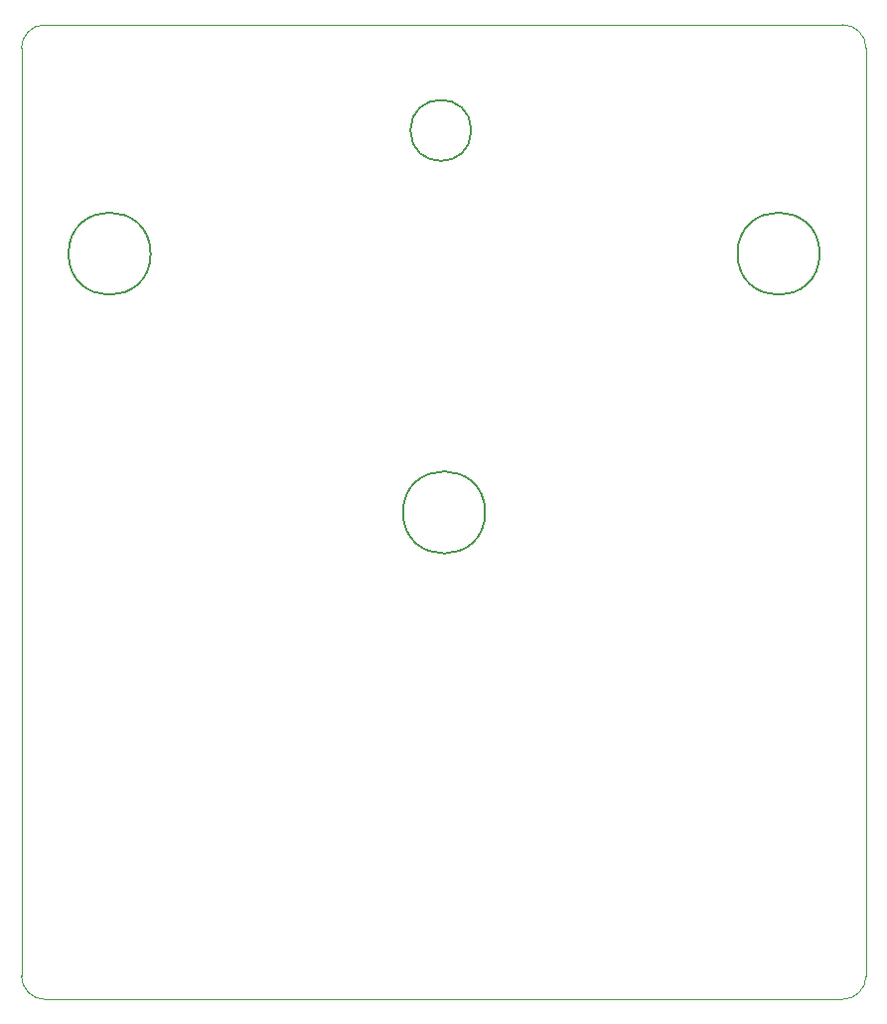
<source format=gbr>
G04 #@! TF.GenerationSoftware,KiCad,Pcbnew,5.1.5+dfsg1-2build2*
G04 #@! TF.CreationDate,2021-03-23T21:39:09+09:00*
G04 #@! TF.ProjectId,MTCH6102_breakout,4d544348-3631-4303-925f-627265616b6f,rev?*
G04 #@! TF.SameCoordinates,Original*
G04 #@! TF.FileFunction,Profile,NP*
%FSLAX46Y46*%
G04 Gerber Fmt 4.6, Leading zero omitted, Abs format (unit mm)*
G04 Created by KiCad (PCBNEW 5.1.5+dfsg1-2build2) date 2021-03-23 21:39:09*
%MOMM*%
%LPD*%
G04 APERTURE LIST*
%ADD10C,0.150000*%
%ADD11C,0.050000*%
G04 APERTURE END LIST*
D10*
X131525000Y-102033500D02*
G75*
G03X131525000Y-102033500I-3500000J0D01*
G01*
X160036500Y-79999000D02*
G75*
G03X160036500Y-79999000I-3500000J0D01*
G01*
X103013500Y-79999000D02*
G75*
G03X103013500Y-79999000I-3500000J0D01*
G01*
X130350000Y-69500000D02*
G75*
G03X130350000Y-69500000I-2600000J0D01*
G01*
D11*
X94000000Y-143500000D02*
G75*
G02X92000000Y-141500000I0J2000000D01*
G01*
X94000000Y-143500000D02*
X162000000Y-143500000D01*
X164000000Y-141500000D02*
X164000000Y-62500000D01*
X162000000Y-60500000D02*
G75*
G02X164000000Y-62500000I0J-2000000D01*
G01*
X92000000Y-62500000D02*
X92000000Y-141500000D01*
X92000000Y-62500000D02*
G75*
G02X94000000Y-60500000I2000000J0D01*
G01*
X162000000Y-60500000D02*
X94000000Y-60500000D01*
X164000000Y-141500000D02*
G75*
G02X162000000Y-143500000I-2000000J0D01*
G01*
M02*

</source>
